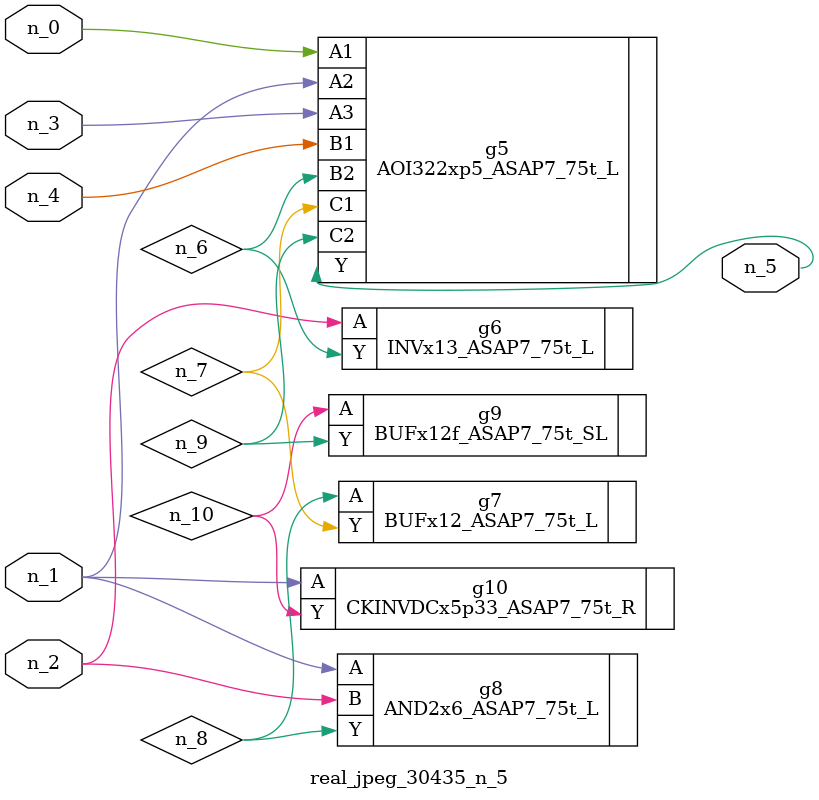
<source format=v>
module real_jpeg_30435_n_5 (n_4, n_0, n_1, n_2, n_3, n_5);

input n_4;
input n_0;
input n_1;
input n_2;
input n_3;

output n_5;

wire n_8;
wire n_6;
wire n_7;
wire n_10;
wire n_9;

AOI322xp5_ASAP7_75t_L g5 ( 
.A1(n_0),
.A2(n_1),
.A3(n_3),
.B1(n_4),
.B2(n_6),
.C1(n_7),
.C2(n_9),
.Y(n_5)
);

AND2x6_ASAP7_75t_L g8 ( 
.A(n_1),
.B(n_2),
.Y(n_8)
);

CKINVDCx5p33_ASAP7_75t_R g10 ( 
.A(n_1),
.Y(n_10)
);

INVx13_ASAP7_75t_L g6 ( 
.A(n_2),
.Y(n_6)
);

BUFx12_ASAP7_75t_L g7 ( 
.A(n_8),
.Y(n_7)
);

BUFx12f_ASAP7_75t_SL g9 ( 
.A(n_10),
.Y(n_9)
);


endmodule
</source>
